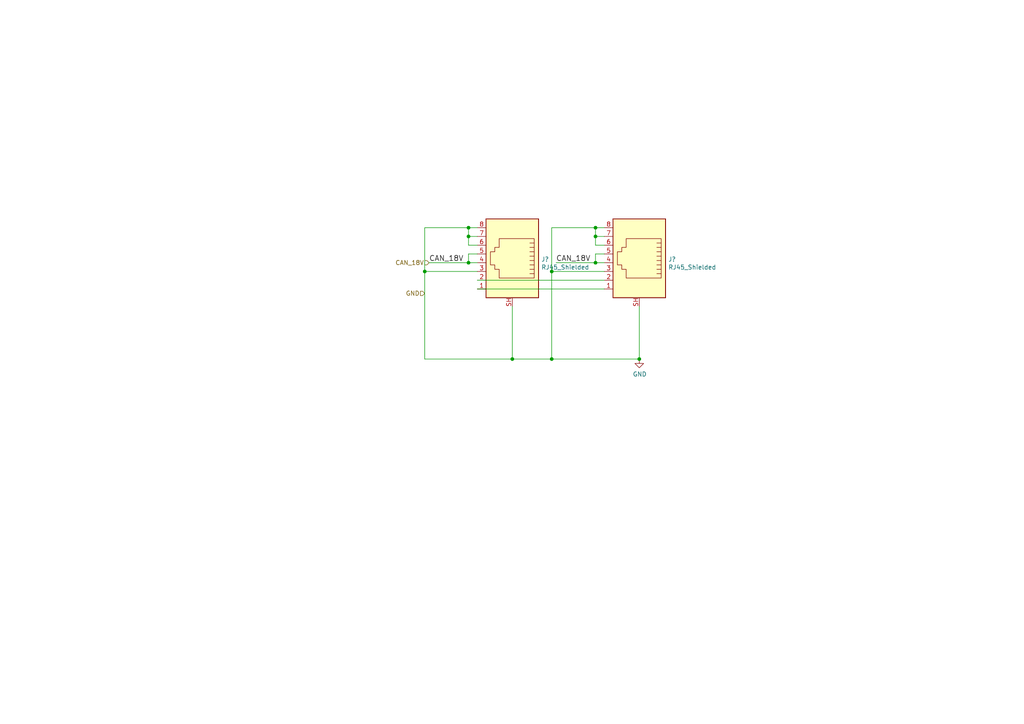
<source format=kicad_sch>
(kicad_sch (version 20211123) (generator eeschema)
  (paper "A4")
  (lib_symbols
    (symbol "Connector:RJ45_Shielded" (pin_names (offset 1.016))
      (property "Reference" "J" (at -5.08 13.97 0))
      (property "Value" "RJ45_Shielded" (at 2.54 13.97 0))
      (symbol "RJ45_Shielded_0_1"
        (polyline (pts (xy -5.08 4.445) (xy -6.35 4.445)))
        (polyline (pts (xy -5.08 5.715) (xy -6.35 5.715)))
        (polyline (pts (xy -6.35 -3.175) (xy -5.08 -3.175) (xy -5.08 -3.175)))
        (polyline (pts (xy -6.35 -1.905) (xy -5.08 -1.905) (xy -5.08 -1.905)))
        (polyline (pts (xy -6.35 -0.635) (xy -5.08 -0.635) (xy -5.08 -0.635)))
        (polyline (pts (xy -6.35 0.635) (xy -5.08 0.635) (xy -5.08 0.635)))
        (polyline (pts (xy -6.35 1.905) (xy -5.08 1.905) (xy -5.08 1.905)))
        (polyline (pts (xy -5.08 3.175) (xy -6.35 3.175) (xy -6.35 3.175)))
        (polyline (pts (xy -6.35 -4.445) (xy -6.35 6.985) (xy 3.81 6.985) (xy 3.81 4.445) (xy 5.08 4.445) (xy 5.08 3.175) (xy 6.35 3.175) (xy 6.35 -0.635) (xy 5.08 -0.635) (xy 5.08 -1.905) (xy 3.81 -1.905) (xy 3.81 -4.445) (xy -6.35 -4.445) (xy -6.35 -4.445)))
        (rectangle (start 7.62 12.7) (end -7.62 -10.16) (stroke (width 0.254)) (fill (type background)))
      )
      (symbol "RJ45_Shielded_1_1"
        (pin passive line (at 10.16 -7.62 180) (length 2.54) (name "~") (number "1"))
        (pin passive line (at 10.16 -5.08 180) (length 2.54) (name "~") (number "2"))
        (pin passive line (at 10.16 -2.54 180) (length 2.54) (name "~") (number "3"))
        (pin passive line (at 10.16 0 180) (length 2.54) (name "~") (number "4"))
        (pin passive line (at 10.16 2.54 180) (length 2.54) (name "~") (number "5"))
        (pin passive line (at 10.16 5.08 180) (length 2.54) (name "~") (number "6"))
        (pin passive line (at 10.16 7.62 180) (length 2.54) (name "~") (number "7"))
        (pin passive line (at 10.16 10.16 180) (length 2.54) (name "~") (number "8"))
        (pin passive line (at 0 -12.7 90) (length 2.54) (name "~") (number "SH"))
      )
    )
    (symbol "fonte_18V-rescue:GND-power" (power) (pin_names (offset 0))
      (property "Value" "GND-power" (at 0 -3.81 0))
      (symbol "GND-power_0_1"
        (polyline (pts (xy 0 0) (xy 0 -1.27) (xy 1.27 -1.27) (xy 0 -2.54) (xy -1.27 -1.27) (xy 0 -1.27)))
      )
      (symbol "GND-power_1_1"
        (pin power_in line (at 0 0 270) (length 0) hide (name "GND") (number "1"))
      )
    )
  )
  (junction (at 172.72 68.58))
  (junction (at 148.59 104.14))
  (junction (at 135.89 76.2))
  (junction (at 172.72 76.2))
  (junction (at 123.19 78.74))
  (junction (at 160.02 78.74))
  (junction (at 135.89 66.04))
  (junction (at 135.89 68.58))
  (junction (at 172.72 66.04))
  (junction (at 185.42 104.14))
  (junction (at 160.02 104.14))
  (wire (pts (xy 148.59 104.14) (xy 160.02 104.14)))
  (wire (pts (xy 123.19 78.74) (xy 123.19 104.14)))
  (wire (pts (xy 172.72 66.04) (xy 160.02 66.04)))
  (wire (pts (xy 175.26 66.04) (xy 172.72 66.04)))
  (wire (pts (xy 123.19 104.14) (xy 148.59 104.14)))
  (wire (pts (xy 138.43 68.58) (xy 135.89 68.58)))
  (wire (pts (xy 135.89 73.66) (xy 135.89 76.2)))
  (wire (pts (xy 175.26 68.58) (xy 172.72 68.58)))
  (wire (pts (xy 172.72 76.2) (xy 175.26 76.2)))
  (wire (pts (xy 160.02 78.74) (xy 160.02 104.14)))
  (wire (pts (xy 160.02 66.04) (xy 160.02 78.74)))
  (wire (pts (xy 160.02 78.74) (xy 175.26 78.74)))
  (wire (pts (xy 135.89 66.04) (xy 123.19 66.04)))
  (wire (pts (xy 172.72 73.66) (xy 172.72 76.2)))
  (wire (pts (xy 161.29 76.2) (xy 172.72 76.2)))
  (wire (pts (xy 160.02 104.14) (xy 185.42 104.14)))
  (wire (pts (xy 175.26 71.12) (xy 172.72 71.12)))
  (wire (pts (xy 123.19 66.04) (xy 123.19 78.74)))
  (wire (pts (xy 172.72 71.12) (xy 172.72 68.58)))
  (wire (pts (xy 135.89 71.12) (xy 135.89 68.58)))
  (wire (pts (xy 172.72 68.58) (xy 172.72 66.04)))
  (wire (pts (xy 148.59 104.14) (xy 148.59 88.9)))
  (wire (pts (xy 138.43 71.12) (xy 135.89 71.12)))
  (wire (pts (xy 123.19 78.74) (xy 138.43 78.74)))
  (wire (pts (xy 138.43 66.04) (xy 135.89 66.04)))
  (wire (pts (xy 135.89 68.58) (xy 135.89 66.04)))
  (wire (pts (xy 135.89 76.2) (xy 138.43 76.2)))
  (wire (pts (xy 175.26 73.66) (xy 172.72 73.66)))
  (wire (pts (xy 185.42 104.14) (xy 185.42 88.9)))
  (wire (pts (xy 138.43 83.82) (xy 175.26 83.82)))
  (wire (pts (xy 124.46 76.2) (xy 135.89 76.2)))
  (wire (pts (xy 138.43 81.28) (xy 175.26 81.28)))
  (wire (pts (xy 138.43 73.66) (xy 135.89 73.66)))
  (label "CAN_18V" (at 124.46 76.2 0) (effects (font (size 1.524 1.524))))
  (label "CAN_18V" (at 161.29 76.2 0) (effects (font (size 1.524 1.524))))
  (hierarchical_label "GND" (shape input) (at 123.19 85.09 180))
  (hierarchical_label "CAN_18V" (shape input) (at 124.46 76.2 180))
  (symbol (lib_id "fonte_18V-rescue:GND-power") (at 185.42 104.14 0) (unit 1)
    (property "Reference" "#PWR?" (effects hide))
    (property "Value" "GND" (at 185.547 108.5342 0))
  )
  (symbol (lib_id "Connector:RJ45_Shielded") (at 148.59 76.2 0) (mirror y) (unit 1)
    (property "Reference" "J?" (at 156.972 75.2094 0) (effects (justify right)))
    (property "Value" "RJ45_Shielded" (at 156.972 77.5208 0) (effects (justify right)))
    (property "Footprint" "MFP19RJ45:RJ45_YH59_01" (effects hide))
  )
  (symbol (lib_id "Connector:RJ45_Shielded") (at 185.42 76.2 0) (mirror y) (unit 1)
    (property "Reference" "J?" (at 193.802 75.2094 0) (effects (justify right)))
    (property "Value" "RJ45_Shielded" (at 193.802 77.5208 0) (effects (justify right)))
    (property "Footprint" "MFP19RJ45:RJ45_YH59_01" (effects hide))
  )
)
</source>
